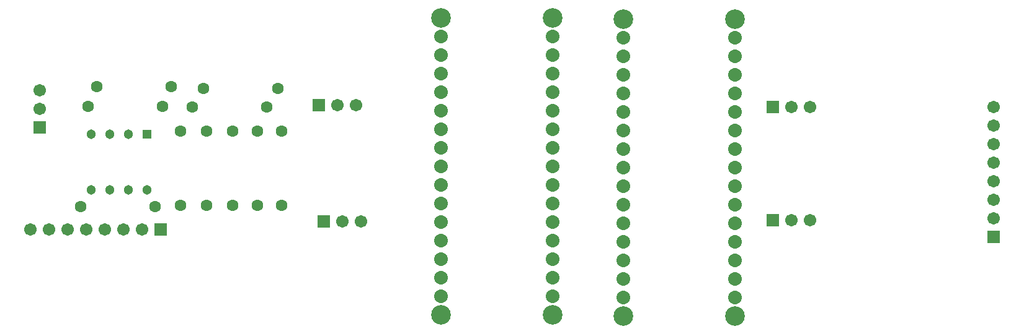
<source format=gts>
G04*
G04 #@! TF.GenerationSoftware,Altium Limited,Altium Designer,23.0.1 (38)*
G04*
G04 Layer_Color=8388736*
%FSLAX44Y44*%
%MOMM*%
G71*
G04*
G04 #@! TF.SameCoordinates,617F8338-E601-4E4F-91A7-566DE5F96DF1*
G04*
G04*
G04 #@! TF.FilePolarity,Negative*
G04*
G01*
G75*
%ADD13C,1.7032*%
%ADD14R,1.7032X1.7032*%
%ADD15C,1.8682*%
%ADD16C,2.6782*%
%ADD17C,1.6032*%
%ADD18R,1.7032X1.7032*%
%ADD19R,1.3032X1.3032*%
%ADD20C,1.3032*%
D13*
X1344930Y330200D02*
D03*
Y304800D02*
D03*
Y279400D02*
D03*
Y254000D02*
D03*
Y228600D02*
D03*
Y203200D02*
D03*
Y177800D02*
D03*
X481330Y173990D02*
D03*
X455930D02*
D03*
X474980Y332740D02*
D03*
X449580D02*
D03*
X30480Y162560D02*
D03*
X55880D02*
D03*
X81280D02*
D03*
X106680D02*
D03*
X132080D02*
D03*
X157480D02*
D03*
X182880D02*
D03*
X43180Y353060D02*
D03*
Y327660D02*
D03*
X1069340Y175260D02*
D03*
X1094740D02*
D03*
X1069340Y330200D02*
D03*
X1094740D02*
D03*
D14*
X1344930Y152400D02*
D03*
X43180Y302260D02*
D03*
D15*
X991870Y69850D02*
D03*
Y95250D02*
D03*
Y120650D02*
D03*
Y146050D02*
D03*
Y171450D02*
D03*
Y196850D02*
D03*
Y222250D02*
D03*
Y247650D02*
D03*
Y273050D02*
D03*
Y298450D02*
D03*
Y323850D02*
D03*
Y349250D02*
D03*
Y374650D02*
D03*
Y400050D02*
D03*
Y425450D02*
D03*
X839470D02*
D03*
Y400050D02*
D03*
Y374650D02*
D03*
Y349250D02*
D03*
Y323850D02*
D03*
Y298450D02*
D03*
Y273050D02*
D03*
Y247650D02*
D03*
Y222250D02*
D03*
Y196850D02*
D03*
Y171450D02*
D03*
Y146050D02*
D03*
Y120650D02*
D03*
Y95250D02*
D03*
Y69850D02*
D03*
X590550Y426720D02*
D03*
Y401320D02*
D03*
Y375920D02*
D03*
Y350520D02*
D03*
Y325120D02*
D03*
Y299720D02*
D03*
Y274320D02*
D03*
Y248920D02*
D03*
Y223520D02*
D03*
Y198120D02*
D03*
Y172720D02*
D03*
Y147320D02*
D03*
Y121920D02*
D03*
Y96520D02*
D03*
Y71120D02*
D03*
X742950D02*
D03*
Y96520D02*
D03*
Y121920D02*
D03*
Y147320D02*
D03*
Y172720D02*
D03*
Y198120D02*
D03*
Y223520D02*
D03*
Y248920D02*
D03*
Y274320D02*
D03*
Y299720D02*
D03*
Y325120D02*
D03*
Y350520D02*
D03*
Y375920D02*
D03*
Y401320D02*
D03*
Y426720D02*
D03*
D16*
X991870Y43950D02*
D03*
X839470D02*
D03*
X991870Y450350D02*
D03*
X839470D02*
D03*
X590550Y452620D02*
D03*
X742950D02*
D03*
X590550Y46220D02*
D03*
X742950D02*
D03*
D17*
X266700Y355600D02*
D03*
X368300D02*
D03*
X251460Y330200D02*
D03*
X353060D02*
D03*
X200660Y194310D02*
D03*
X99060D02*
D03*
X234950Y195580D02*
D03*
Y297180D02*
D03*
X109220Y331470D02*
D03*
X210820D02*
D03*
X270510Y297180D02*
D03*
Y195580D02*
D03*
X120650Y358140D02*
D03*
X222250D02*
D03*
X306070Y297180D02*
D03*
Y195580D02*
D03*
X340360Y297180D02*
D03*
Y195580D02*
D03*
X373380Y297180D02*
D03*
Y195580D02*
D03*
D18*
X430530Y173990D02*
D03*
X424180Y332740D02*
D03*
X208280Y162560D02*
D03*
X1043940Y175260D02*
D03*
Y330200D02*
D03*
D19*
X189230Y293270D02*
D03*
D20*
X163830D02*
D03*
X138430D02*
D03*
X113030D02*
D03*
Y217270D02*
D03*
X138430D02*
D03*
X163830D02*
D03*
X189230D02*
D03*
M02*

</source>
